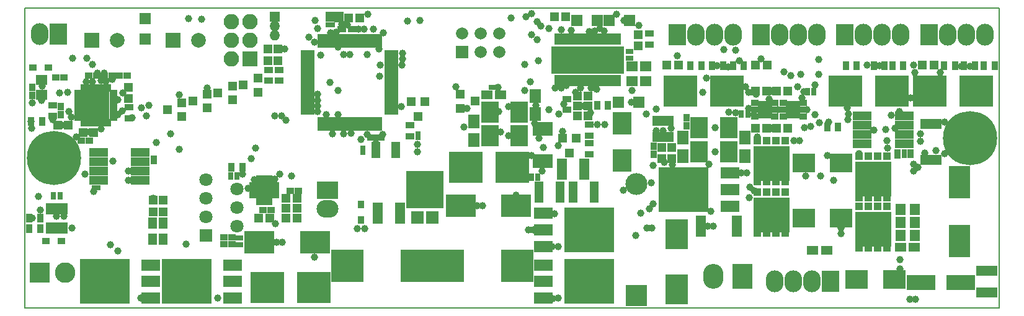
<source format=gbr>
G04 #@! TF.FileFunction,Soldermask,Top*
%FSLAX46Y46*%
G04 Gerber Fmt 4.6, Leading zero omitted, Abs format (unit mm)*
G04 Created by KiCad (PCBNEW 4.0.7) date 06/15/18 17:29:42*
%MOMM*%
%LPD*%
G01*
G04 APERTURE LIST*
%ADD10C,0.100000*%
%ADD11C,0.150000*%
%ADD12R,1.000000X0.900000*%
%ADD13R,0.900000X1.000000*%
%ADD14R,1.300000X0.900000*%
%ADD15R,1.150000X1.200000*%
%ADD16R,1.200000X1.150000*%
%ADD17R,1.650000X1.400000*%
%ADD18R,0.900000X1.300000*%
%ADD19R,1.100000X0.650000*%
%ADD20R,0.650000X1.100000*%
%ADD21R,2.125000X2.125000*%
%ADD22R,4.500000X4.500000*%
%ADD23R,0.700000X0.750000*%
%ADD24R,0.750000X0.700000*%
%ADD25R,2.000000X2.000000*%
%ADD26C,2.000000*%
%ADD27R,4.150000X3.100000*%
%ADD28R,3.100000X4.150000*%
%ADD29R,3.900000X2.000000*%
%ADD30R,2.900000X1.400000*%
%ADD31R,2.900000X4.400000*%
%ADD32R,1.400000X1.650000*%
%ADD33R,1.200000X1.200000*%
%ADD34R,1.500000X1.500000*%
%ADD35R,1.300000X1.200000*%
%ADD36R,1.800000X1.670000*%
%ADD37R,5.120000X5.200000*%
%ADD38R,3.000000X3.000000*%
%ADD39O,3.000000X3.000000*%
%ADD40R,4.641800X4.210000*%
%ADD41R,0.700000X1.850000*%
%ADD42C,7.400000*%
%ADD43R,2.100000X2.100000*%
%ADD44O,2.100000X2.100000*%
%ADD45R,1.400000X1.400000*%
%ADD46O,1.400000X1.400000*%
%ADD47R,2.750000X3.400000*%
%ADD48O,2.750000X3.400000*%
%ADD49C,1.670000*%
%ADD50R,1.670000X1.670000*%
%ADD51R,2.400000X3.000000*%
%ADD52O,2.400000X3.000000*%
%ADD53R,0.680000X0.830000*%
%ADD54R,1.300000X2.900000*%
%ADD55R,2.600000X3.100000*%
%ADD56R,3.100000X2.600000*%
%ADD57R,1.030000X0.850000*%
%ADD58R,1.200000X1.450000*%
%ADD59R,4.910000X4.750000*%
%ADD60R,1.100000X1.100000*%
%ADD61R,1.200000X1.300000*%
%ADD62R,2.600000X1.600000*%
%ADD63R,6.800000X6.200000*%
%ADD64R,0.830000X0.680000*%
%ADD65R,0.800000X1.000000*%
%ADD66R,1.000000X0.800000*%
%ADD67R,1.400000X2.900000*%
%ADD68R,2.599640X1.197560*%
%ADD69R,0.950000X1.900000*%
%ADD70R,1.900000X0.950000*%
%ADD71R,1.050000X1.620000*%
%ADD72R,1.213000X0.705000*%
%ADD73R,0.705000X1.213000*%
%ADD74R,2.254000X2.254000*%
%ADD75R,1.797000X1.797000*%
%ADD76C,1.797000*%
%ADD77R,1.050000X1.460000*%
%ADD78R,0.800000X1.500000*%
%ADD79R,1.500000X1.290000*%
%ADD80R,1.149300X0.699720*%
%ADD81R,3.000000X2.400000*%
%ADD82O,3.000000X2.400000*%
%ADD83C,2.800000*%
%ADD84R,2.800000X2.800000*%
%ADD85R,1.000000X0.850000*%
%ADD86R,0.850000X1.000000*%
%ADD87R,1.300000X1.600000*%
%ADD88R,1.650000X1.900000*%
%ADD89R,1.600000X1.150000*%
%ADD90R,2.400000X2.900000*%
%ADD91C,1.000000*%
G04 APERTURE END LIST*
D10*
D11*
X25000000Y-164000000D02*
X25000000Y-123000000D01*
X158000000Y-164000000D02*
X25000000Y-164000000D01*
X158000000Y-123000000D02*
X158000000Y-164000000D01*
X25000000Y-123000000D02*
X158000000Y-123000000D01*
D12*
X35790000Y-132250000D03*
X36890000Y-132250000D03*
D13*
X29920000Y-137570000D03*
X29920000Y-136470000D03*
D12*
X30310000Y-132540000D03*
X29210000Y-132540000D03*
X33740000Y-132250000D03*
X34840000Y-132250000D03*
X37840000Y-132250000D03*
X38940000Y-132250000D03*
X32710000Y-141110000D03*
X33810000Y-141110000D03*
D14*
X28770000Y-137790000D03*
X28770000Y-136290000D03*
D15*
X39150000Y-133870000D03*
X39150000Y-135370000D03*
D16*
X29440000Y-139000000D03*
X30940000Y-139000000D03*
D17*
X27310000Y-134880000D03*
X27310000Y-132880000D03*
D18*
X27330000Y-138540000D03*
X25830000Y-138540000D03*
D14*
X39200000Y-136570000D03*
X39200000Y-138070000D03*
D19*
X32250000Y-134560000D03*
X32250000Y-135060000D03*
X32250000Y-135560000D03*
X32250000Y-136060000D03*
X32250000Y-136560000D03*
X32250000Y-137060000D03*
X32250000Y-137560000D03*
X32250000Y-138060000D03*
D20*
X32900000Y-138710000D03*
X33400000Y-138710000D03*
X33900000Y-138710000D03*
X34400000Y-138710000D03*
X34900000Y-138710000D03*
X35400000Y-138710000D03*
X35900000Y-138710000D03*
X36400000Y-138710000D03*
D19*
X37050000Y-138060000D03*
X37050000Y-137560000D03*
X37050000Y-137060000D03*
X37050000Y-136560000D03*
X37050000Y-136060000D03*
X37050000Y-135560000D03*
X37050000Y-135060000D03*
X37050000Y-134560000D03*
D20*
X36400000Y-133910000D03*
X35900000Y-133910000D03*
X35400000Y-133910000D03*
X34900000Y-133910000D03*
X34400000Y-133910000D03*
X33900000Y-133910000D03*
X33400000Y-133910000D03*
X32900000Y-133910000D03*
D21*
X35512500Y-137172500D03*
X35512500Y-135447500D03*
X33787500Y-137172500D03*
X33787500Y-135447500D03*
D22*
X78500000Y-158250000D03*
X69000000Y-158250000D03*
D23*
X35010000Y-147590000D03*
X34450000Y-147590000D03*
D24*
X145040000Y-142640000D03*
X145040000Y-143200000D03*
D25*
X45200000Y-127450000D03*
D26*
X48700000Y-127450000D03*
D23*
X66960000Y-123870000D03*
X66400000Y-123870000D03*
X66960000Y-124570000D03*
X66400000Y-124570000D03*
X66960000Y-125270000D03*
X66400000Y-125270000D03*
D16*
X69170000Y-124340000D03*
X70670000Y-124340000D03*
D23*
X68170000Y-124650000D03*
X67610000Y-124650000D03*
D24*
X71090000Y-142180000D03*
X71090000Y-142740000D03*
X78670000Y-140750000D03*
X78670000Y-140190000D03*
D16*
X62130000Y-150410000D03*
X60630000Y-150410000D03*
D12*
X61230000Y-147960000D03*
X62330000Y-147960000D03*
D16*
X62130000Y-149060000D03*
X60630000Y-149060000D03*
X62130000Y-151760000D03*
X60630000Y-151760000D03*
D12*
X57520000Y-150650000D03*
X58620000Y-150650000D03*
D16*
X58430000Y-151750000D03*
X56930000Y-151750000D03*
D27*
X64575000Y-155000000D03*
X57025000Y-155000000D03*
D12*
X52190000Y-155320000D03*
X53290000Y-155320000D03*
X52190000Y-154350000D03*
X53290000Y-154350000D03*
D28*
X114000000Y-161465000D03*
X114000000Y-153915000D03*
D27*
X84515000Y-150050000D03*
X92065000Y-150050000D03*
D23*
X88670000Y-133890000D03*
X89230000Y-133890000D03*
D25*
X34100000Y-127450000D03*
D26*
X37600000Y-127450000D03*
D15*
X113250000Y-142100000D03*
X113250000Y-143600000D03*
X111900000Y-142100000D03*
X111900000Y-143600000D03*
D13*
X110800000Y-143000000D03*
X110800000Y-141900000D03*
X115290000Y-137980000D03*
X115290000Y-139080000D03*
D16*
X127610000Y-139470000D03*
X129110000Y-139470000D03*
X126250000Y-134370000D03*
X124750000Y-134370000D03*
X127600000Y-134370000D03*
X129100000Y-134370000D03*
X126260000Y-139470000D03*
X124760000Y-139470000D03*
X98820000Y-124250000D03*
X97320000Y-124250000D03*
D29*
X147350000Y-160500000D03*
X152750000Y-160500000D03*
D17*
X109740000Y-133010000D03*
X109740000Y-131010000D03*
X107910000Y-133010000D03*
X107910000Y-131010000D03*
D16*
X100390000Y-136390000D03*
X101890000Y-136390000D03*
D30*
X156310000Y-161890000D03*
X156310000Y-158890000D03*
D31*
X152590000Y-146820000D03*
X152590000Y-154820000D03*
D32*
X144490000Y-154130000D03*
X146490000Y-154130000D03*
X144490000Y-152330000D03*
X146490000Y-152330000D03*
X144490000Y-150530000D03*
X146490000Y-150530000D03*
D16*
X100380000Y-135030000D03*
X101880000Y-135030000D03*
X100390000Y-137750000D03*
X101890000Y-137750000D03*
D15*
X108700000Y-128150000D03*
X108700000Y-126650000D03*
D33*
X59540000Y-130250000D03*
X59540000Y-128650000D03*
D34*
X41400000Y-127300000D03*
X41400000Y-124500000D03*
D35*
X46430000Y-137840000D03*
X46430000Y-135940000D03*
X44430000Y-136890000D03*
X49890000Y-136690000D03*
X49890000Y-134790000D03*
X47890000Y-135740000D03*
X53340000Y-135590000D03*
X53340000Y-133690000D03*
X51340000Y-134640000D03*
X56790000Y-134500000D03*
X56790000Y-132600000D03*
X54790000Y-133550000D03*
D36*
X80620000Y-151660000D03*
D37*
X79580000Y-147860000D03*
D36*
X78540000Y-151660000D03*
D38*
X108490000Y-162350000D03*
D39*
X108490000Y-147110000D03*
D33*
X114240000Y-130850000D03*
X112640000Y-130850000D03*
X58190000Y-130250000D03*
X58190000Y-128650000D03*
X149090000Y-130850000D03*
X147490000Y-130850000D03*
X126320000Y-130850000D03*
X124720000Y-130850000D03*
D34*
X100320000Y-124750000D03*
X103120000Y-124750000D03*
X107560000Y-124750000D03*
X104760000Y-124750000D03*
X105970000Y-135890000D03*
X108770000Y-135890000D03*
D40*
X58052300Y-161210000D03*
X64427700Y-161210000D03*
X120817700Y-134340000D03*
X114442300Y-134340000D03*
X148492300Y-134330000D03*
X154867700Y-134330000D03*
X136992300Y-134330000D03*
X143367700Y-134330000D03*
D41*
X96670000Y-139530000D03*
X96170000Y-139530000D03*
X95670000Y-139530000D03*
X95170000Y-139530000D03*
X94670000Y-139530000D03*
X94670000Y-143930000D03*
X95170000Y-143930000D03*
X95670000Y-143930000D03*
X96170000Y-143930000D03*
X96670000Y-143930000D03*
D42*
X154010000Y-140810000D03*
D43*
X55690000Y-129950000D03*
D44*
X53150000Y-129950000D03*
X55690000Y-127410000D03*
X53150000Y-127410000D03*
X55690000Y-124870000D03*
X53150000Y-124870000D03*
D45*
X59090000Y-124250000D03*
D46*
X59090000Y-125520000D03*
X59090000Y-126790000D03*
D47*
X122950000Y-159700000D03*
D48*
X118990000Y-159700000D03*
D49*
X84690000Y-126480000D03*
X87230000Y-126480000D03*
X89770000Y-126480000D03*
D50*
X84690000Y-129020000D03*
D49*
X87230000Y-129020000D03*
X89770000Y-129020000D03*
D51*
X125520000Y-126650000D03*
D52*
X128060000Y-126650000D03*
X130600000Y-126650000D03*
X133140000Y-126650000D03*
D51*
X114080000Y-126650000D03*
D52*
X116620000Y-126650000D03*
X119160000Y-126650000D03*
X121700000Y-126650000D03*
D51*
X136950000Y-126650000D03*
D52*
X139490000Y-126650000D03*
X142030000Y-126650000D03*
X144570000Y-126650000D03*
D51*
X148400000Y-126650000D03*
D52*
X150940000Y-126650000D03*
X153480000Y-126650000D03*
X156020000Y-126650000D03*
D53*
X67600000Y-123920000D03*
X68120000Y-123920000D03*
D54*
X102690000Y-148200000D03*
X99790000Y-148200000D03*
D22*
X92240000Y-158250000D03*
X82740000Y-158250000D03*
D54*
X95140000Y-148200000D03*
X98040000Y-148200000D03*
D55*
X106500000Y-143850000D03*
X106500000Y-138750000D03*
D56*
X136400000Y-144150000D03*
X131300000Y-144150000D03*
X136400000Y-151700000D03*
X131300000Y-151700000D03*
X143650000Y-160150000D03*
X138550000Y-160150000D03*
D57*
X131200000Y-137870000D03*
X131200000Y-136920000D03*
X131200000Y-135970000D03*
X128520000Y-135970000D03*
X128520000Y-136920000D03*
X128520000Y-137870000D03*
D58*
X129460000Y-136395000D03*
X129460000Y-137445000D03*
X130260000Y-136395000D03*
X130260000Y-137445000D03*
D57*
X127350000Y-137870000D03*
X127350000Y-136920000D03*
X127350000Y-135970000D03*
X124670000Y-135970000D03*
X124670000Y-136920000D03*
X124670000Y-137870000D03*
D58*
X125610000Y-136395000D03*
X125610000Y-137445000D03*
X126410000Y-136395000D03*
X126410000Y-137445000D03*
D59*
X126900000Y-151290000D03*
D60*
X126265000Y-148160000D03*
X127535000Y-148160000D03*
X128805000Y-148160000D03*
X124995000Y-148160000D03*
X124995000Y-153760000D03*
X128805000Y-153760000D03*
X127535000Y-153760000D03*
X126265000Y-153760000D03*
D59*
X126900000Y-144240000D03*
D60*
X126265000Y-141110000D03*
X127535000Y-141110000D03*
X128805000Y-141110000D03*
X124995000Y-141110000D03*
X124995000Y-146710000D03*
X128805000Y-146710000D03*
X127535000Y-146710000D03*
X126265000Y-146710000D03*
D59*
X140790000Y-153280000D03*
D60*
X140155000Y-150150000D03*
X141425000Y-150150000D03*
X142695000Y-150150000D03*
X138885000Y-150150000D03*
X138885000Y-155750000D03*
X142695000Y-155750000D03*
X141425000Y-155750000D03*
X140155000Y-155750000D03*
D59*
X140790000Y-146430000D03*
D60*
X140155000Y-143300000D03*
X141425000Y-143300000D03*
X142695000Y-143300000D03*
X138885000Y-143300000D03*
X138885000Y-148900000D03*
X142695000Y-148900000D03*
X141425000Y-148900000D03*
X140155000Y-148900000D03*
D61*
X79590000Y-135800000D03*
X77690000Y-135800000D03*
X78640000Y-137800000D03*
D62*
X53340000Y-162680000D03*
X53340000Y-160400000D03*
X53340000Y-158120000D03*
D63*
X47040000Y-160400000D03*
D62*
X42190000Y-162680000D03*
X42190000Y-160400000D03*
X42190000Y-158120000D03*
D63*
X35890000Y-160400000D03*
D61*
X100270000Y-140800000D03*
X98370000Y-140800000D03*
X99320000Y-142800000D03*
D62*
X95740000Y-151070000D03*
X95740000Y-153350000D03*
X95740000Y-155630000D03*
D63*
X102040000Y-153350000D03*
D62*
X95740000Y-158120000D03*
X95740000Y-160400000D03*
X95740000Y-162680000D03*
D63*
X102040000Y-160400000D03*
D62*
X121240000Y-150080000D03*
X121240000Y-147800000D03*
X121240000Y-145520000D03*
D63*
X114940000Y-147800000D03*
D64*
X145910000Y-142690000D03*
X145910000Y-143210000D03*
D14*
X59690000Y-132950000D03*
X59690000Y-131450000D03*
D64*
X42630000Y-143490000D03*
X42630000Y-144010000D03*
X144120000Y-143220000D03*
X144120000Y-142700000D03*
D53*
X69910000Y-125930000D03*
X69390000Y-125930000D03*
X67970000Y-125930000D03*
X68490000Y-125930000D03*
X72090000Y-140710000D03*
X72610000Y-140710000D03*
X73770000Y-140700000D03*
X73250000Y-140700000D03*
D14*
X77590000Y-140550000D03*
X77590000Y-139050000D03*
D18*
X25600000Y-153190000D03*
X27100000Y-153190000D03*
X27100000Y-151740000D03*
X25600000Y-151740000D03*
D65*
X28900000Y-148700000D03*
X29800000Y-148700000D03*
X53050000Y-146010000D03*
X53950000Y-146010000D03*
D66*
X54240000Y-155370000D03*
X54240000Y-154470000D03*
D65*
X94120000Y-146100000D03*
X95020000Y-146100000D03*
D18*
X54700000Y-144810000D03*
X53200000Y-144810000D03*
D67*
X117290000Y-152850000D03*
X122190000Y-152850000D03*
D65*
X123680000Y-137540000D03*
X122780000Y-137540000D03*
D30*
X148690000Y-143770000D03*
X148690000Y-138870000D03*
D65*
X131820000Y-134460000D03*
X132720000Y-134460000D03*
D18*
X121650000Y-130900000D03*
X123150000Y-130900000D03*
X118820000Y-130900000D03*
X120320000Y-130900000D03*
X157400000Y-130900000D03*
X155900000Y-130900000D03*
X154690000Y-130900000D03*
X153190000Y-130900000D03*
X144900000Y-130900000D03*
X143400000Y-130900000D03*
X142350000Y-130900000D03*
X140850000Y-130900000D03*
D14*
X58240000Y-132950000D03*
X58240000Y-131450000D03*
D18*
X117340000Y-130900000D03*
X115840000Y-130900000D03*
X151950000Y-130900000D03*
X150450000Y-130900000D03*
X138540000Y-130900000D03*
X137040000Y-130900000D03*
D66*
X107490000Y-129850000D03*
X107490000Y-128950000D03*
D18*
X104610000Y-136340000D03*
X103110000Y-136340000D03*
D14*
X102000000Y-143000000D03*
X102000000Y-141500000D03*
X102000000Y-138950000D03*
X102000000Y-140450000D03*
X98960000Y-135440000D03*
X98960000Y-136940000D03*
X110200000Y-126500000D03*
X110200000Y-128000000D03*
D68*
X40767660Y-146582460D03*
X40767660Y-145312460D03*
X40767660Y-144047540D03*
X40767660Y-142777540D03*
X35032340Y-142777540D03*
X35032340Y-144047540D03*
X35032340Y-145312460D03*
X35032340Y-146582460D03*
X145057660Y-141582460D03*
X145057660Y-140312460D03*
X145057660Y-139047540D03*
X145057660Y-137777540D03*
X139322340Y-137777540D03*
X139322340Y-139047540D03*
X139322340Y-140312460D03*
X139322340Y-141582460D03*
D69*
X65330000Y-138890000D03*
X66130000Y-138890000D03*
X66930000Y-138890000D03*
X67730000Y-138890000D03*
X68530000Y-138890000D03*
X69330000Y-138890000D03*
X70130000Y-138890000D03*
X70930000Y-138890000D03*
X71730000Y-138890000D03*
X72530000Y-138890000D03*
X73330000Y-138890000D03*
D70*
X75030000Y-137190000D03*
X75030000Y-136390000D03*
X75030000Y-135590000D03*
X75030000Y-134790000D03*
X75030000Y-133990000D03*
X75030000Y-133190000D03*
X75030000Y-132390000D03*
X75030000Y-131590000D03*
X75030000Y-130790000D03*
X75030000Y-129990000D03*
X75030000Y-129190000D03*
D69*
X73330000Y-127490000D03*
X72530000Y-127490000D03*
X71730000Y-127490000D03*
X70930000Y-127490000D03*
X70130000Y-127490000D03*
X69330000Y-127490000D03*
X68530000Y-127490000D03*
X67730000Y-127490000D03*
X66930000Y-127490000D03*
X66130000Y-127490000D03*
X65330000Y-127490000D03*
D70*
X63630000Y-129190000D03*
X63630000Y-129990000D03*
X63630000Y-130790000D03*
X63630000Y-131590000D03*
X63630000Y-132390000D03*
X63630000Y-133190000D03*
X63630000Y-133990000D03*
X63630000Y-134790000D03*
X63630000Y-135590000D03*
X63630000Y-136390000D03*
X63630000Y-137190000D03*
D71*
X28400000Y-153040000D03*
X29350000Y-153040000D03*
X30300000Y-153040000D03*
X30300000Y-150420000D03*
X29350000Y-150420000D03*
X28400000Y-150420000D03*
D72*
X56202000Y-147160000D03*
X56202000Y-147660000D03*
X56202000Y-148160000D03*
X56202000Y-148660000D03*
D73*
X56900000Y-149358000D03*
X57400000Y-149358000D03*
X57900000Y-149358000D03*
X58400000Y-149358000D03*
D72*
X59098000Y-148660000D03*
X59098000Y-148160000D03*
X59098000Y-147660000D03*
X59098000Y-147160000D03*
D73*
X58400000Y-146462000D03*
X57900000Y-146462000D03*
X57400000Y-146462000D03*
X56900000Y-146462000D03*
D74*
X57650000Y-147910000D03*
D75*
X49734000Y-154120000D03*
D76*
X53925000Y-152850000D03*
X49734000Y-151580000D03*
X53925000Y-150310000D03*
X49734000Y-149040000D03*
X53925000Y-147770000D03*
X49734000Y-146500000D03*
D35*
X84420000Y-134810000D03*
X84420000Y-136710000D03*
X86420000Y-135760000D03*
D77*
X113050000Y-138400000D03*
X112100000Y-138400000D03*
X111150000Y-138400000D03*
X111150000Y-140600000D03*
X113050000Y-140600000D03*
X112100000Y-140600000D03*
D78*
X97595000Y-132960000D03*
X98245000Y-132960000D03*
X98895000Y-132960000D03*
X99545000Y-132960000D03*
X100195000Y-132960000D03*
X100845000Y-132960000D03*
X101495000Y-132960000D03*
X102145000Y-132960000D03*
X102795000Y-132960000D03*
X103445000Y-132960000D03*
X104095000Y-132960000D03*
X104745000Y-132960000D03*
X105395000Y-132960000D03*
X106045000Y-132960000D03*
X106045000Y-127260000D03*
X105395000Y-127260000D03*
X104745000Y-127260000D03*
X104095000Y-127260000D03*
X103445000Y-127260000D03*
X102795000Y-127260000D03*
X102145000Y-127260000D03*
X101495000Y-127260000D03*
X100845000Y-127260000D03*
X100195000Y-127260000D03*
X99545000Y-127260000D03*
X98895000Y-127260000D03*
X98245000Y-127260000D03*
X97595000Y-127260000D03*
D79*
X106045000Y-131385000D03*
X106045000Y-130535000D03*
X106045000Y-128835000D03*
X106045000Y-129685000D03*
X104988750Y-129685000D03*
X104988750Y-128835000D03*
X104988750Y-130535000D03*
X104988750Y-131385000D03*
X103932500Y-131385000D03*
X103932500Y-130535000D03*
X103932500Y-128835000D03*
X103932500Y-129685000D03*
X102876250Y-129685000D03*
X102876250Y-128835000D03*
X102876250Y-130535000D03*
X102876250Y-131385000D03*
X101820000Y-131385000D03*
X101820000Y-130535000D03*
X101820000Y-128835000D03*
X101820000Y-129685000D03*
X100763750Y-129685000D03*
X100763750Y-128835000D03*
X100763750Y-130535000D03*
X100763750Y-131385000D03*
X99707500Y-131385000D03*
X99707500Y-130535000D03*
X99707500Y-128835000D03*
X99707500Y-129685000D03*
X98651250Y-129685000D03*
X98651250Y-128835000D03*
X98651250Y-130535000D03*
X98651250Y-131385000D03*
X97595000Y-131385000D03*
X97595000Y-130535000D03*
X97595000Y-128835000D03*
X97595000Y-129685000D03*
D80*
X72875860Y-141650700D03*
X72875860Y-142151080D03*
X72875860Y-142648920D03*
X72875860Y-143149300D03*
X75624140Y-143149300D03*
X75624140Y-142648920D03*
X75624140Y-142151080D03*
X75624140Y-141650700D03*
D40*
X85142300Y-144800000D03*
X91517700Y-144800000D03*
D42*
X29000000Y-143500000D03*
D81*
X66330000Y-147920000D03*
D82*
X66330000Y-150460000D03*
D51*
X29550000Y-126600000D03*
D52*
X27010000Y-126600000D03*
D83*
X30500000Y-159200000D03*
D84*
X27000000Y-159200000D03*
D85*
X28210000Y-131150000D03*
X26110000Y-131150000D03*
X27850000Y-154900000D03*
X29950000Y-154900000D03*
D86*
X70880000Y-149900000D03*
X70880000Y-152000000D03*
D33*
X42540000Y-150840000D03*
X42540000Y-149240000D03*
X43890000Y-150850000D03*
X43890000Y-149250000D03*
D87*
X42390000Y-154590000D03*
X42390000Y-152390000D03*
X43840000Y-154600000D03*
X43840000Y-152400000D03*
D67*
X73170000Y-151050000D03*
X76170000Y-151050000D03*
X101320000Y-145050000D03*
X98320000Y-145050000D03*
D88*
X94700000Y-137530000D03*
X94700000Y-135030000D03*
X86250000Y-141060000D03*
X86250000Y-138560000D03*
X123280000Y-143260000D03*
X123280000Y-140760000D03*
X114830000Y-143250000D03*
X114830000Y-140750000D03*
D89*
X146390000Y-155700000D03*
X144490000Y-155700000D03*
X132520000Y-156130000D03*
X134420000Y-156130000D03*
X88020000Y-134910000D03*
X89920000Y-134910000D03*
D90*
X117050000Y-142650000D03*
X121050000Y-142650000D03*
X88470000Y-137210000D03*
X92470000Y-137210000D03*
X88470000Y-140460000D03*
X92470000Y-140460000D03*
X117050000Y-139400000D03*
X121050000Y-139400000D03*
D13*
X25980000Y-134950000D03*
X25980000Y-133850000D03*
D18*
X136010000Y-139240000D03*
X134510000Y-139240000D03*
D16*
X34410000Y-140010000D03*
X32910000Y-140010000D03*
D51*
X134950000Y-160350000D03*
D52*
X132410000Y-160350000D03*
X129870000Y-160350000D03*
X127330000Y-160350000D03*
D91*
X110760000Y-144490000D03*
X46040000Y-134840000D03*
X36980000Y-143930000D03*
X94020000Y-133140000D03*
X98530000Y-136130000D03*
X70910000Y-140970000D03*
X135390000Y-146570000D03*
X91040000Y-136500000D03*
X94190000Y-143200000D03*
X132850000Y-137600000D03*
X117540000Y-134510000D03*
X123760000Y-134520000D03*
X145920000Y-135330000D03*
X137400000Y-137480000D03*
X150540000Y-138580000D03*
X146940000Y-144780000D03*
X83850000Y-133810000D03*
X73530000Y-130850000D03*
X73400000Y-132350000D03*
X67510000Y-126300000D03*
X73910000Y-126390000D03*
X72890000Y-141450000D03*
X71720000Y-140270000D03*
X73850000Y-140310000D03*
X46030000Y-142350000D03*
X56290000Y-146460000D03*
X61410000Y-145950000D03*
X59090000Y-146420000D03*
X41940000Y-136300000D03*
X41610000Y-137770000D03*
X47340000Y-124500000D03*
X49070000Y-124570000D03*
X95560000Y-145290000D03*
X60470000Y-128630000D03*
X123920000Y-147470000D03*
X114040000Y-129570000D03*
X125460000Y-129950000D03*
X111180000Y-136800000D03*
X39660000Y-137980000D03*
X113240000Y-139490000D03*
X113410000Y-144430000D03*
X118330000Y-144360000D03*
X59220000Y-152510000D03*
X59780000Y-145720000D03*
X146320000Y-145300000D03*
X132850000Y-133510000D03*
X126580000Y-135430000D03*
X121980000Y-137340000D03*
X100410000Y-137720000D03*
X100195000Y-134575000D03*
X120960000Y-131070000D03*
X112290000Y-144090000D03*
X64600000Y-124750000D03*
X67760000Y-128390000D03*
X31500000Y-129920000D03*
X33430000Y-129850000D03*
X34890000Y-131880000D03*
X25830000Y-138540000D03*
X25890000Y-139460000D03*
X134750000Y-138640000D03*
X137260000Y-136680000D03*
X89580000Y-133900000D03*
X49880000Y-133910000D03*
X35032340Y-145312460D03*
X42550000Y-148990000D03*
X34380000Y-148110000D03*
X26880000Y-148730000D03*
X26040000Y-151750000D03*
X40767660Y-142777540D03*
X150570000Y-142960000D03*
X149380000Y-142540000D03*
X144340000Y-137130000D03*
X152640000Y-153450000D03*
X139960000Y-130840000D03*
X146290000Y-130840000D03*
X152790000Y-130960000D03*
X66730000Y-126420000D03*
X67030000Y-124260000D03*
X66610000Y-133190000D03*
X72530000Y-125910000D03*
X64530000Y-157030000D03*
X71400000Y-153170000D03*
X70330000Y-153170000D03*
X98350000Y-139900000D03*
X108380000Y-154140000D03*
X54740000Y-145730000D03*
X92065000Y-150050000D03*
X88470000Y-137210000D03*
X92060000Y-148620000D03*
X89630000Y-137190000D03*
X109870000Y-153110000D03*
X110610000Y-153090000D03*
X97270000Y-151120000D03*
X96530000Y-151140000D03*
X123880000Y-148970000D03*
X34180000Y-133140000D03*
X34180000Y-130700000D03*
X47050000Y-160360000D03*
X47010000Y-155250000D03*
X28770000Y-138240000D03*
X32020000Y-140650000D03*
X121050000Y-142650000D03*
X119180000Y-142650000D03*
X131300000Y-151700000D03*
X131830000Y-152220000D03*
X121100000Y-139390000D03*
X119180000Y-139390000D03*
X144480000Y-158710000D03*
X144480000Y-157360000D03*
X123790000Y-136760000D03*
X97880000Y-137540000D03*
X109060000Y-151010000D03*
X133620000Y-146010000D03*
X140790000Y-146430000D03*
X106650000Y-147900000D03*
X110220000Y-150430000D03*
X95110000Y-130220000D03*
X96500000Y-136900000D03*
X104100000Y-126160000D03*
X106740000Y-124730000D03*
X102790000Y-126160000D03*
X107900000Y-134250000D03*
X103010000Y-134090000D03*
X101240000Y-136390000D03*
X98240000Y-133950000D03*
X110750000Y-149790000D03*
X140790000Y-153280000D03*
X110460000Y-146860000D03*
X104120000Y-138950000D03*
X103090000Y-138930000D03*
X148660000Y-143750000D03*
X102160000Y-137330000D03*
X102280000Y-133950000D03*
X64940000Y-137190000D03*
X27110000Y-150630000D03*
X146470000Y-131860000D03*
X149970000Y-131870000D03*
X154000000Y-130950000D03*
X64930000Y-136390000D03*
X64930000Y-135600000D03*
X141630000Y-130910000D03*
X119450000Y-130900000D03*
X121980000Y-128800000D03*
X117990000Y-132610000D03*
X64950000Y-134780000D03*
X118960000Y-152830000D03*
X118220000Y-152850000D03*
X96990000Y-155630000D03*
X97770000Y-155620000D03*
X97760000Y-162690000D03*
X97000000Y-162710000D03*
X71810000Y-123870000D03*
X68470000Y-129390000D03*
X60060000Y-137780000D03*
X35370000Y-132930000D03*
X39090000Y-145280000D03*
X94550000Y-138760000D03*
X143230000Y-137700000D03*
X68250000Y-125260000D03*
X124580000Y-147980000D03*
X131560000Y-145980000D03*
X98220000Y-125960000D03*
X108810000Y-125370000D03*
X142710000Y-141180000D03*
X142720000Y-142140000D03*
X129960000Y-141110000D03*
X130700000Y-141110000D03*
X125000000Y-140600000D03*
X99540000Y-126070000D03*
X130930000Y-132050000D03*
X130450000Y-133790000D03*
X134570000Y-143180000D03*
X133370000Y-130050000D03*
X133340000Y-132050000D03*
X103450000Y-125800000D03*
X128600000Y-131730000D03*
X138890000Y-142930000D03*
X133410000Y-138720000D03*
X102040000Y-126210000D03*
X137350000Y-138260000D03*
X100850000Y-133930000D03*
X131380000Y-139350000D03*
X66940000Y-140230000D03*
X97330000Y-133950000D03*
X84960000Y-139260000D03*
X89930000Y-139920000D03*
X122770000Y-145530000D03*
X123520000Y-145550000D03*
X25960000Y-136020000D03*
X35830000Y-131890000D03*
X31020000Y-137140000D03*
X124770000Y-134780000D03*
X124440000Y-137630000D03*
X109790000Y-137470000D03*
X131310000Y-134460000D03*
X147840000Y-142820000D03*
X147280000Y-141230000D03*
X122580000Y-134450000D03*
X135870000Y-135530000D03*
X35410000Y-139510000D03*
X71730000Y-129370000D03*
X111160000Y-139760000D03*
X112100000Y-139770000D03*
X148740000Y-138890000D03*
X78550000Y-141660000D03*
X78560000Y-142640000D03*
X67730000Y-137590000D03*
X95770000Y-142050000D03*
X122550000Y-130190000D03*
X120380000Y-128690000D03*
X94130000Y-123820000D03*
X67720000Y-134290000D03*
X129540000Y-132230000D03*
X66130000Y-137600000D03*
X93190000Y-134250000D03*
X71290000Y-125930000D03*
X70550000Y-125920000D03*
X73350000Y-128600000D03*
X64500000Y-127720000D03*
X63790000Y-127020000D03*
X76540000Y-129990000D03*
X94950000Y-127380000D03*
X96530000Y-125820000D03*
X131110000Y-135310000D03*
X123380000Y-133810000D03*
X94910000Y-124870000D03*
X93200000Y-130690000D03*
X76500000Y-130790000D03*
X97790000Y-141780000D03*
X76340000Y-136490000D03*
X140920000Y-139680000D03*
X146290000Y-144350000D03*
X59080000Y-137750000D03*
X65390000Y-129440000D03*
X64930000Y-125860000D03*
X77260000Y-124770000D03*
X78900000Y-124740000D03*
X105780000Y-123860000D03*
X143740000Y-139470000D03*
X142540000Y-139590000D03*
X68540000Y-140230000D03*
X44870000Y-140220000D03*
X40900000Y-136660000D03*
X29760000Y-134600000D03*
X30850000Y-134560000D03*
X69500000Y-140150000D03*
X42930000Y-141360000D03*
X31430000Y-153050000D03*
X132250000Y-139230000D03*
X95410000Y-125460000D03*
X76520000Y-129190000D03*
X94180000Y-126660000D03*
X127000000Y-151370000D03*
X118620000Y-150780000D03*
X107820000Y-135860000D03*
X98920000Y-133650000D03*
X146570000Y-162800000D03*
X136390000Y-153110000D03*
X145830000Y-162800000D03*
X136390000Y-153860000D03*
X33400000Y-133120000D03*
X33190000Y-145710000D03*
X55500000Y-147680000D03*
X30050000Y-139000000D03*
X33770000Y-139920000D03*
X37700000Y-137550000D03*
X27320000Y-133730000D03*
X37660000Y-135550000D03*
X59330000Y-155030000D03*
X60080000Y-155010000D03*
X94410000Y-153360000D03*
X93710000Y-153360000D03*
X87450000Y-150050000D03*
X86730000Y-150070000D03*
X36100000Y-133050000D03*
X147230000Y-140220000D03*
X93390000Y-124240000D03*
X91380000Y-124410000D03*
X69320000Y-129410000D03*
X60590000Y-138330000D03*
X56500000Y-142140000D03*
X55910000Y-143630000D03*
X39080000Y-146570000D03*
X95150000Y-140780000D03*
X69000000Y-125270000D03*
X121040000Y-137270000D03*
X131750000Y-136890000D03*
X126930000Y-139490000D03*
X127770000Y-136920000D03*
X126910000Y-134400000D03*
X91020000Y-140460000D03*
X94710000Y-136340000D03*
X85370000Y-136710000D03*
X36640000Y-155390000D03*
X37650000Y-156220000D03*
X38260000Y-137080000D03*
X36900000Y-132770000D03*
X38360000Y-134650000D03*
X31360000Y-137960000D03*
X27310000Y-135660000D03*
X30300000Y-151470000D03*
X51330000Y-162680000D03*
X29330000Y-151470000D03*
X40800000Y-162680000D03*
M02*

</source>
